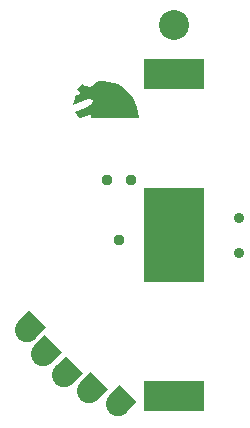
<source format=gbs>
G04 DipTrace 2.4.0.2*
%INcircle.gbs*%
%MOMM*%
%ADD47C,0.95*%
%ADD48C,0.9*%
%ADD49C,2.54*%
%ADD52C,2.05*%
%ADD57R,5.13X8.05*%
%ADD58R,5.13X2.65*%
%FSLAX53Y53*%
G04*
G71*
G90*
G75*
G01*
%LNBotMask*%
%LPD*%
D47*
X21984Y26070D3*
X20968Y31150D3*
X23000D3*
D58*
X26618Y12845D3*
Y40125D3*
D57*
Y26485D3*
D48*
X32144Y24954D3*
Y27954D3*
G36*
X22561Y11447D2*
X21112Y12896D1*
X22031Y13815D1*
X23480Y12366D1*
X22561Y11447D1*
G37*
D52*
X21854Y12189D3*
G36*
X20163Y12544D2*
X18713Y13993D1*
X19632Y14912D1*
X21082Y13463D1*
X20163Y12544D1*
G37*
D52*
X19456Y13286D3*
G36*
X18026Y13880D2*
X16576Y15329D1*
X17496Y16249D1*
X18945Y14799D1*
X18026Y13880D1*
G37*
D52*
X17319Y14622D3*
G36*
X16269Y15674D2*
X14820Y17124D1*
X15739Y18043D1*
X17188Y16594D1*
X16269Y15674D1*
G37*
D52*
X15562Y16417D3*
G36*
X14881Y17719D2*
X13431Y19169D1*
X14351Y20088D1*
X15800Y18638D1*
X14881Y17719D1*
G37*
D52*
X14174Y18462D3*
G36*
X23629Y36365D2*
X23484Y37315D1*
X23184Y38055D1*
X22804Y38525D1*
X22419Y38905D1*
X21859Y39220D1*
X21534Y39350D1*
X21054Y39450D1*
X20804Y39500D1*
X20389Y39525D1*
X20064Y39410D1*
X19874Y39220D1*
X19749Y39095D1*
X19429Y39030D1*
X19299Y39055D1*
X19049Y39130D1*
X18909Y39285D1*
X18414Y38875D1*
X18664Y38495D1*
Y38405D1*
X18224Y38225D1*
X18249Y37950D1*
X18109Y37445D1*
X19374Y37975D1*
X19534D1*
X19749Y37940D1*
X19799Y37825D1*
X19699Y37570D1*
X19119Y37255D1*
X18264Y36900D1*
X18389Y36645D1*
X18709Y36375D1*
X19659Y36745D1*
X19629Y36555D1*
Y36365D1*
X23629D1*
G37*
D49*
X26618Y44265D3*
M02*

</source>
